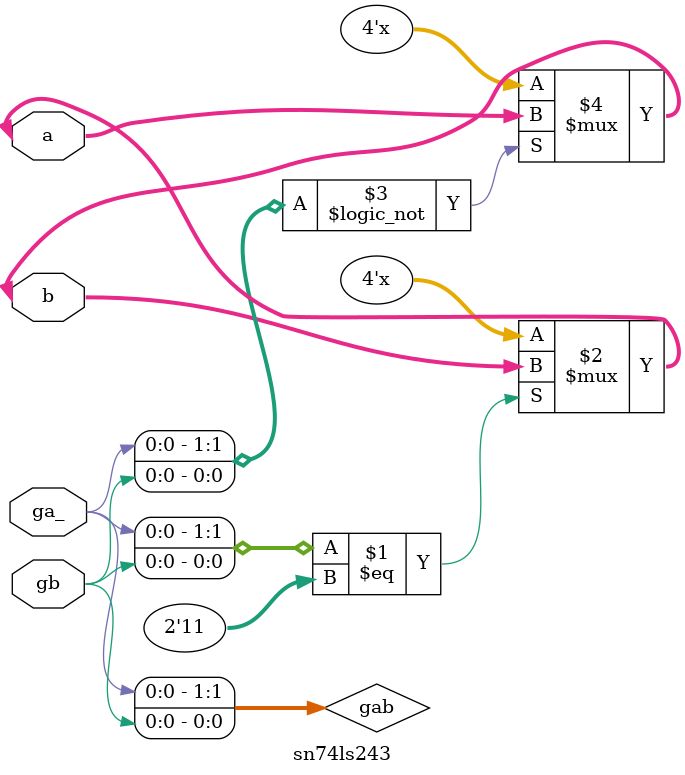
<source format=v>
module sn74ls243(a, b, ga_, gb);
inout [3:0] a, b;
input ga_, gb;
wire [1:0] gab;

parameter
	// TI TTL data book Vol 1, 1985
	tPLH_min=0, tPLH_typ=9,           tPLH_max=14,
	tPHL_min=0, tPHL_typ=12,           tPHL_max=18,
	tPZH_min=0, tPZH_typ=15-tPLH_typ, tPZH_max=23-tPLH_max,
	tPZL_min=0, tPZL_typ=20-tPHL_typ, tPZL_max=30-tPHL_max;
// does not respect tPHZ, tPLZ !

	assign #(tPZH_min:tPZH_typ:tPZH_max,
		     tPZL_min:tPZL_typ:tPZL_max)
		gab = { ga_, gb };

	assign #(tPLH_min:tPLH_typ:tPLH_max,
  		     tPHL_min:tPHL_typ:tPHL_max)
		a = gab==2'b11 ? b : 4'bzzzz;
	assign #(tPLH_min:tPLH_typ:tPLH_max,
  		     tPHL_min:tPHL_typ:tPHL_max)
		b = gab==2'b00 ? a : 4'bzzzz;

endmodule

</source>
